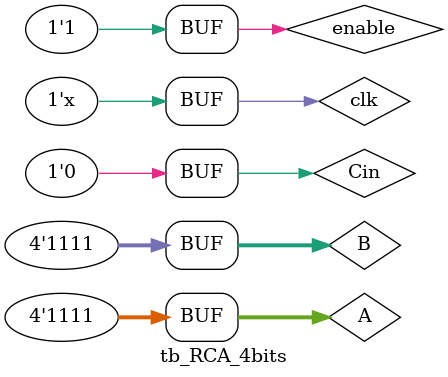
<source format=v>
`timescale 1ns / 1ps

module tb_RCA_4bits;
   reg clk;
   reg enable;
   reg [3:0] A,B;
   reg Cin;
   wire [4:0] Q;
   //reg [4:0] Q_1;
    
   RCA_4bits u1(
        .clk(clk),
        .enable(enable),
        .A(A),
        .B(B),
        .Cin(Cin),
        .Q(Q)
   );
   
   
   initial begin
   clk = 0;
   enable = 1;
   
   
   #20
   A = 0;
   B = 0;
   Cin = 0;
  
   
   #20
   A = 4'b0001;
   B = 4'b0101;
   Cin = 0;
   
   #20
   A = 4'b0111;
   B = 4'b0111;
   Cin = 0;
   
   #20
   A = 4'b1000;
   B = 4'b0111;
   Cin = 1;
   
   #20
   A = 4'b1100;
   B = 4'b0100;
   Cin = 0;
   
   #20
   A = 4'b1000;
   B = 4'b1000;
   Cin = 1;
   
   #20
   A = 4'b1001;
   B = 4'b1010;
   Cin = 1;
   
   #20
   A = 4'b1111;
   B = 4'b1111;
   Cin = 0;
      
   end   
   
      
   always 
   #5 clk = ~clk; 
endmodule

</source>
